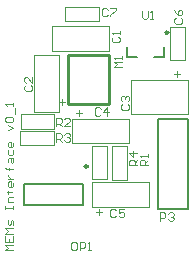
<source format=gto>
%FSLAX42Y42*%
%MOMM*%
G71*
G01*
G75*
%ADD10R,0.60X1.55*%
%ADD11R,0.89X0.89*%
%ADD12R,0.89X0.89*%
%ADD13R,1.10X2.50*%
%ADD14C,0.56*%
%ADD15C,0.61*%
%ADD16C,0.72*%
%ADD17R,0.60X2.20*%
%ADD18R,1.10X1.70*%
%ADD19R,1.70X1.10*%
%ADD20C,0.50*%
%ADD21C,0.25*%
%ADD22C,2.00*%
%ADD23R,1.50X1.50*%
%ADD24C,1.50*%
%ADD25C,1.22*%
%ADD26C,0.70*%
%ADD27C,0.25*%
%ADD28C,0.20*%
%ADD29C,0.10*%
D21*
X167Y-130D02*
Y283D01*
X-176D02*
X167D01*
X-176Y-130D02*
X167D01*
X-176D02*
Y283D01*
D27*
X672Y472D02*
G03*
X672Y472I-12J0D01*
G01*
X-12Y-660D02*
G03*
X-12Y-660I-12J0D01*
G01*
D28*
X635Y265D02*
Y355D01*
X550Y265D02*
X635D01*
X325D02*
Y355D01*
Y265D02*
X410D01*
X837Y-1017D02*
Y-255D01*
X583D02*
X837D01*
X583Y-1017D02*
Y-255D01*
Y-1017D02*
X837D01*
X-550Y-810D02*
X-50D01*
X-550Y-990D02*
X-50D01*
Y-810D01*
X-550Y-990D02*
Y-810D01*
D29*
X813Y241D02*
Y521D01*
X688Y241D02*
Y522D01*
X688Y522D02*
X813D01*
X688Y240D02*
X812D01*
X813Y241D01*
X-201Y693D02*
X79D01*
X-202Y568D02*
X79D01*
X-202Y568D02*
Y693D01*
X80Y568D02*
Y692D01*
X79Y693D02*
X80Y692D01*
X836Y-216D02*
Y75D01*
X354D02*
X836D01*
X354Y-216D02*
Y75D01*
Y-216D02*
X836D01*
X-579Y-343D02*
X-299D01*
X-579Y-218D02*
X-298D01*
X-298Y-343D02*
Y-218D01*
X-580Y-342D02*
Y-218D01*
Y-342D02*
X-579Y-343D01*
X24Y-1005D02*
Y-795D01*
Y-1005D02*
X506D01*
Y-795D01*
X24D02*
X506D01*
X-465Y-196D02*
X-255D01*
Y286D01*
X-465D02*
X-255D01*
X-465Y-196D02*
Y286D01*
X-316Y315D02*
Y525D01*
Y315D02*
X166D01*
Y525D01*
X-316D02*
X166D01*
X153Y-769D02*
Y-489D01*
X28Y-769D02*
Y-488D01*
X28Y-488D02*
X153D01*
X28Y-770D02*
X152D01*
X153Y-769D01*
X-581Y-357D02*
X-301D01*
X-582Y-482D02*
X-301D01*
X-582Y-482D02*
Y-357D01*
X-300Y-482D02*
Y-358D01*
X-301Y-357D02*
X-300Y-358D01*
X-146Y-465D02*
Y-255D01*
Y-465D02*
X336D01*
Y-255D01*
X-146D02*
X336D01*
X197Y-771D02*
Y-491D01*
X322Y-772D02*
Y-491D01*
X197Y-772D02*
X322D01*
X198Y-490D02*
X322D01*
X197Y-491D02*
X198Y-490D01*
X85Y-1070D02*
Y-1023D01*
X62Y-1047D02*
X108D01*
X745Y100D02*
Y147D01*
X722Y123D02*
X768D01*
X-85Y-230D02*
Y-183D01*
X-108Y-207D02*
X-62D01*
X-225Y-140D02*
Y-93D01*
X-248Y-117D02*
X-202D01*
X-640Y-1370D02*
X-710D01*
X-687Y-1347D01*
X-710Y-1323D01*
X-640D01*
X-710Y-1253D02*
Y-1300D01*
X-640D01*
Y-1253D01*
X-675Y-1300D02*
Y-1277D01*
X-640Y-1230D02*
X-710D01*
X-687Y-1207D01*
X-710Y-1183D01*
X-640D01*
Y-1160D02*
Y-1125D01*
X-652Y-1113D01*
X-663Y-1125D01*
Y-1148D01*
X-675Y-1160D01*
X-687Y-1148D01*
Y-1113D01*
X-710Y-1020D02*
Y-997D01*
Y-1008D01*
X-640D01*
Y-1020D01*
Y-997D01*
Y-962D02*
X-687D01*
Y-927D01*
X-675Y-915D01*
X-640D01*
X-698Y-880D02*
X-687D01*
Y-892D01*
Y-868D01*
Y-880D01*
X-652D01*
X-640Y-868D01*
Y-799D02*
Y-822D01*
X-652Y-834D01*
X-675D01*
X-687Y-822D01*
Y-799D01*
X-675Y-787D01*
X-663D01*
Y-834D01*
X-687Y-764D02*
X-640D01*
X-663D01*
X-675Y-752D01*
X-687Y-740D01*
Y-729D01*
X-640Y-682D02*
X-698D01*
X-675D01*
Y-694D01*
Y-670D01*
Y-682D01*
X-698D01*
X-710Y-670D01*
X-687Y-624D02*
Y-600D01*
X-675Y-589D01*
X-640D01*
Y-624D01*
X-652Y-635D01*
X-663Y-624D01*
Y-589D01*
X-687Y-519D02*
Y-554D01*
X-675Y-565D01*
X-652D01*
X-640Y-554D01*
Y-519D01*
Y-460D02*
Y-484D01*
X-652Y-495D01*
X-675D01*
X-687Y-484D01*
Y-460D01*
X-675Y-449D01*
X-663D01*
Y-495D01*
X-687Y-355D02*
X-640Y-332D01*
X-687Y-309D01*
X-698Y-285D02*
X-710Y-274D01*
Y-250D01*
X-698Y-239D01*
X-652D01*
X-640Y-250D01*
Y-274D01*
X-652Y-285D01*
X-698D01*
X-628Y-215D02*
Y-169D01*
X-640Y-145D02*
Y-122D01*
Y-134D01*
X-710D01*
X-698Y-145D01*
X450Y660D02*
Y602D01*
X462Y590D01*
X485D01*
X497Y602D01*
Y660D01*
X520Y590D02*
X543D01*
X532D01*
Y660D01*
X520Y648D01*
X732Y597D02*
X720Y585D01*
Y562D01*
X732Y550D01*
X778D01*
X790Y562D01*
Y585D01*
X778Y597D01*
X720Y667D02*
X732Y643D01*
X755Y620D01*
X778D01*
X790Y632D01*
Y655D01*
X778Y667D01*
X767D01*
X755Y655D01*
Y620D01*
X157Y668D02*
X145Y680D01*
X122D01*
X110Y668D01*
Y622D01*
X122Y610D01*
X145D01*
X157Y622D01*
X180Y680D02*
X227D01*
Y668D01*
X180Y622D01*
Y610D01*
X600Y-1120D02*
Y-1050D01*
X635D01*
X647Y-1062D01*
Y-1085D01*
X635Y-1097D01*
X600D01*
X670Y-1062D02*
X682Y-1050D01*
X705D01*
X717Y-1062D01*
Y-1073D01*
X705Y-1085D01*
X693D01*
X705D01*
X717Y-1097D01*
Y-1108D01*
X705Y-1120D01*
X682D01*
X670Y-1108D01*
X282Y-133D02*
X270Y-145D01*
Y-168D01*
X282Y-180D01*
X328D01*
X340Y-168D01*
Y-145D01*
X328Y-133D01*
X282Y-110D02*
X270Y-98D01*
Y-75D01*
X282Y-63D01*
X293D01*
X305Y-75D01*
Y-87D01*
Y-75D01*
X317Y-63D01*
X328D01*
X340Y-75D01*
Y-98D01*
X328Y-110D01*
X280Y180D02*
X210D01*
X233Y203D01*
X210Y227D01*
X280D01*
Y250D02*
Y273D01*
Y262D01*
X210D01*
X222Y250D01*
X-115Y-1300D02*
X-138D01*
X-150Y-1312D01*
Y-1358D01*
X-138Y-1370D01*
X-115D01*
X-103Y-1358D01*
Y-1312D01*
X-115Y-1300D01*
X-80Y-1370D02*
Y-1300D01*
X-45D01*
X-33Y-1312D01*
Y-1335D01*
X-45Y-1347D01*
X-80D01*
X-10Y-1370D02*
X13D01*
X2D01*
Y-1300D01*
X-10Y-1312D01*
X-280Y-320D02*
Y-250D01*
X-245D01*
X-233Y-262D01*
Y-285D01*
X-245Y-297D01*
X-280D01*
X-257D02*
X-233Y-320D01*
X-163D02*
X-210D01*
X-163Y-273D01*
Y-262D01*
X-175Y-250D01*
X-198D01*
X-210Y-262D01*
X227Y-1032D02*
X215Y-1020D01*
X192D01*
X180Y-1032D01*
Y-1078D01*
X192Y-1090D01*
X215D01*
X227Y-1078D01*
X297Y-1020D02*
X250D01*
Y-1055D01*
X273Y-1043D01*
X285D01*
X297Y-1055D01*
Y-1078D01*
X285Y-1090D01*
X262D01*
X250Y-1078D01*
X-538Y27D02*
X-550Y15D01*
Y-8D01*
X-538Y-20D01*
X-492D01*
X-480Y-8D01*
Y15D01*
X-492Y27D01*
X-480Y97D02*
Y50D01*
X-527Y97D01*
X-538D01*
X-550Y85D01*
Y62D01*
X-538Y50D01*
X202Y437D02*
X190Y425D01*
Y402D01*
X202Y390D01*
X248D01*
X260Y402D01*
Y425D01*
X248Y437D01*
X260Y460D02*
Y483D01*
Y472D01*
X190D01*
X202Y460D01*
X410Y-650D02*
X340D01*
Y-615D01*
X352Y-603D01*
X375D01*
X387Y-615D01*
Y-650D01*
Y-627D02*
X410Y-603D01*
Y-545D02*
X340D01*
X375Y-580D01*
Y-533D01*
X-279Y-449D02*
Y-379D01*
X-244D01*
X-232Y-391D01*
Y-414D01*
X-244Y-426D01*
X-279D01*
X-256D02*
X-232Y-449D01*
X-209Y-391D02*
X-197Y-379D01*
X-174D01*
X-162Y-391D01*
Y-402D01*
X-174Y-414D01*
X-186D01*
X-174D01*
X-162Y-426D01*
Y-437D01*
X-174Y-449D01*
X-197D01*
X-209Y-437D01*
X97Y-172D02*
X85Y-160D01*
X62D01*
X50Y-172D01*
Y-218D01*
X62Y-230D01*
X85D01*
X97Y-218D01*
X155Y-230D02*
Y-160D01*
X120Y-195D01*
X167D01*
X500Y-650D02*
X430D01*
Y-615D01*
X442Y-603D01*
X465D01*
X477Y-615D01*
Y-650D01*
Y-627D02*
X500Y-603D01*
Y-580D02*
Y-557D01*
Y-568D01*
X430D01*
X442Y-580D01*
M02*

</source>
